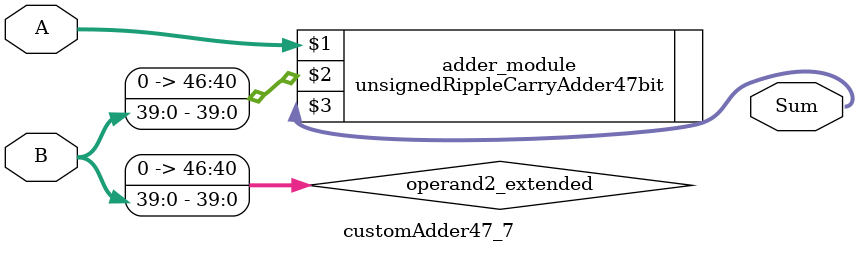
<source format=v>
module customAdder47_7(
                        input [46 : 0] A,
                        input [39 : 0] B,
                        
                        output [47 : 0] Sum
                );

        wire [46 : 0] operand2_extended;
        
        assign operand2_extended =  {7'b0, B};
        
        unsignedRippleCarryAdder47bit adder_module(
            A,
            operand2_extended,
            Sum
        );
        
        endmodule
        
</source>
